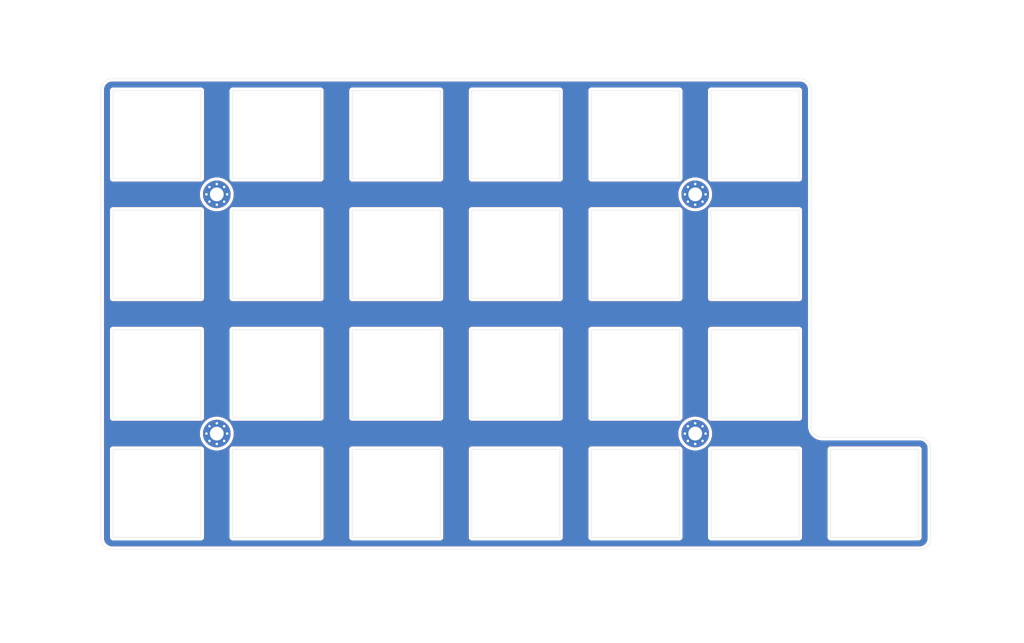
<source format=kicad_pcb>
(kicad_pcb (version 20240108) (generator "pcbnew") (generator_version "8.0")
  (layers (0 "F.Cu" signal) (31 "B.Cu" signal) (34 "B.Paste" user) (35 "F.Paste" user) (36 "B.SilkS" user "B.Silkscreen") (37 "F.SilkS" user "F.Silkscreen") (38 "B.Mask" user) (39 "F.Mask" user) (44 "Edge.Cuts" user))
  (net 0 "")
  (footprint "MountingHole:MountingHole_2.2mm_M2_Pad_Via" (layer "F.Cu") (at 171.450144 57.150048)
    (property "Reference" "REF**" (hide yes))
    (property "Value" "MountingHole_2.2mm_M2_Pad_Via" (hide yes))
    (pad "1" thru_hole circle (at -1.65 0) (size 0.7 0.7) (drill 0.4) (layers "*.Cu" "*.Mask"))
    (pad "1" thru_hole circle (at -1.166726 -1.166726) (size 0.7 0.7) (drill 0.4) (layers "*.Cu" "*.Mask"))
    (pad "1" thru_hole circle (at -1.166726 1.166726) (size 0.7 0.7) (drill 0.4) (layers "*.Cu" "*.Mask"))
    (pad "1" thru_hole circle (at 0 -1.65) (size 0.7 0.7) (drill 0.4) (layers "*.Cu" "*.Mask"))
    (pad "1" thru_hole circle (at 0 0) (size 4.4 4.4) (drill 2.2) (layers "*.Cu" "*.Mask"))
    (pad "1" thru_hole circle (at 0 1.65) (size 0.7 0.7) (drill 0.4) (layers "*.Cu" "*.Mask"))
    (pad "1" thru_hole circle (at 1.166726 -1.166726) (size 0.7 0.7) (drill 0.4) (layers "*.Cu" "*.Mask"))
    (pad "1" thru_hole circle (at 1.166726 1.166726) (size 0.7 0.7) (drill 0.4) (layers "*.Cu" "*.Mask"))
    (pad "1" thru_hole circle (at 1.65 0) (size 0.7 0.7) (drill 0.4) (layers "*.Cu" "*.Mask"))
  )
  (footprint "MountingHole:MountingHole_2.2mm_M2_Pad_Via" (layer "F.Cu") (at 95.25008 57.150048)
    (property "Reference" "REF**" (hide yes))
    (property "Value" "MountingHole_2.2mm_M2_Pad_Via" (hide yes))
    (pad "1" thru_hole circle (at -1.65 0) (size 0.7 0.7) (drill 0.4) (layers "*.Cu" "*.Mask"))
    (pad "1" thru_hole circle (at -1.166726 -1.166726) (size 0.7 0.7) (drill 0.4) (layers "*.Cu" "*.Mask"))
    (pad "1" thru_hole circle (at -1.166726 1.166726) (size 0.7 0.7) (drill 0.4) (layers "*.Cu" "*.Mask"))
    (pad "1" thru_hole circle (at 0 -1.65) (size 0.7 0.7) (drill 0.4) (layers "*.Cu" "*.Mask"))
    (pad "1" thru_hole circle (at 0 0) (size 4.4 4.4) (drill 2.2) (layers "*.Cu" "*.Mask"))
    (pad "1" thru_hole circle (at 0 1.65) (size 0.7 0.7) (drill 0.4) (layers "*.Cu" "*.Mask"))
    (pad "1" thru_hole circle (at 1.166726 -1.166726) (size 0.7 0.7) (drill 0.4) (layers "*.Cu" "*.Mask"))
    (pad "1" thru_hole circle (at 1.166726 1.166726) (size 0.7 0.7) (drill 0.4) (layers "*.Cu" "*.Mask"))
    (pad "1" thru_hole circle (at 1.65 0) (size 0.7 0.7) (drill 0.4) (layers "*.Cu" "*.Mask"))
  )
  (footprint "MountingHole:MountingHole_2.2mm_M2_Pad_Via" (layer "F.Cu") (at 171.450144 95.25008)
    (property "Reference" "REF**" (hide yes))
    (property "Value" "MountingHole_2.2mm_M2_Pad_Via" (hide yes))
    (pad "1" thru_hole circle (at -1.65 0) (size 0.7 0.7) (drill 0.4) (layers "*.Cu" "*.Mask"))
    (pad "1" thru_hole circle (at -1.166726 -1.166726) (size 0.7 0.7) (drill 0.4) (layers "*.Cu" "*.Mask"))
    (pad "1" thru_hole circle (at -1.166726 1.166726) (size 0.7 0.7) (drill 0.4) (layers "*.Cu" "*.Mask"))
    (pad "1" thru_hole circle (at 0 -1.65) (size 0.7 0.7) (drill 0.4) (layers "*.Cu" "*.Mask"))
    (pad "1" thru_hole circle (at 0 0) (size 4.4 4.4) (drill 2.2) (layers "*.Cu" "*.Mask"))
    (pad "1" thru_hole circle (at 0 1.65) (size 0.7 0.7) (drill 0.4) (layers "*.Cu" "*.Mask"))
    (pad "1" thru_hole circle (at 1.166726 -1.166726) (size 0.7 0.7) (drill 0.4) (layers "*.Cu" "*.Mask"))
    (pad "1" thru_hole circle (at 1.166726 1.166726) (size 0.7 0.7) (drill 0.4) (layers "*.Cu" "*.Mask"))
    (pad "1" thru_hole circle (at 1.65 0) (size 0.7 0.7) (drill 0.4) (layers "*.Cu" "*.Mask"))
  )
  (footprint "MountingHole:MountingHole_2.2mm_M2_Pad_Via" (layer "F.Cu") (at 95.25008 95.25008)
    (property "Reference" "REF**" (hide yes))
    (property "Value" "MountingHole_2.2mm_M2_Pad_Via" (hide yes))
    (pad "1" thru_hole circle (at -1.65 0) (size 0.7 0.7) (drill 0.4) (layers "*.Cu" "*.Mask"))
    (pad "1" thru_hole circle (at -1.166726 -1.166726) (size 0.7 0.7) (drill 0.4) (layers "*.Cu" "*.Mask"))
    (pad "1" thru_hole circle (at -1.166726 1.166726) (size 0.7 0.7) (drill 0.4) (layers "*.Cu" "*.Mask"))
    (pad "1" thru_hole circle (at 0 -1.65) (size 0.7 0.7) (drill 0.4) (layers "*.Cu" "*.Mask"))
    (pad "1" thru_hole circle (at 0 0) (size 4.4 4.4) (drill 2.2) (layers "*.Cu" "*.Mask"))
    (pad "1" thru_hole circle (at 0 1.65) (size 0.7 0.7) (drill 0.4) (layers "*.Cu" "*.Mask"))
    (pad "1" thru_hole circle (at 1.166726 -1.166726) (size 0.7 0.7) (drill 0.4) (layers "*.Cu" "*.Mask"))
    (pad "1" thru_hole circle (at 1.166726 1.166726) (size 0.7 0.7) (drill 0.4) (layers "*.Cu" "*.Mask"))
    (pad "1" thru_hole circle (at 1.65 0) (size 0.7 0.7) (drill 0.4) (layers "*.Cu" "*.Mask"))
  )
  (gr_arc (start 191.690786 95.845393) (mid 190.427936 95.322304) (end 189.904847 94.059454) (stroke (width 0.05)) (layer "Edge.Cuts"))
  (gr_rect (start 116.825 40.625) (end 130.825 54.625) (stroke (width 0.05)) (fill none) (layer "Edge.Cuts"))
  (gr_line (start 188.118908 38.695345) (end 78.581316 38.695345) (stroke (width 0.05)) (layer "Edge.Cuts"))
  (gr_rect (start 193.025 97.775) (end 207.025 111.775) (stroke (width 0.05)) (fill none) (layer "Edge.Cuts"))
  (gr_rect (start 173.975 97.775) (end 187.975 111.775) (stroke (width 0.05)) (fill none) (layer "Edge.Cuts"))
  (gr_rect (start 154.925 40.625) (end 168.925 54.625) (stroke (width 0.05)) (fill none) (layer "Edge.Cuts"))
  (gr_rect (start 116.825 78.725) (end 130.825 92.725) (stroke (width 0.05)) (fill none) (layer "Edge.Cuts"))
  (gr_arc (start 188.118908 38.695345) (mid 189.381758 39.218434) (end 189.904847 40.481284) (stroke (width 0.05)) (layer "Edge.Cuts"))
  (gr_rect (start 78.725 97.775) (end 92.725 111.775) (stroke (width 0.05)) (fill none) (layer "Edge.Cuts"))
  (gr_rect (start 154.925 59.675) (end 168.925 73.675) (stroke (width 0.05)) (fill none) (layer "Edge.Cuts"))
  (gr_rect (start 116.825 59.675) (end 130.825 73.675) (stroke (width 0.05)) (fill none) (layer "Edge.Cuts"))
  (gr_arc (start 78.581316 113.704783) (mid 77.318466 113.181694) (end 76.795377 111.918844) (stroke (width 0.05)) (layer "Edge.Cuts"))
  (gr_rect (start 135.875 97.775) (end 149.875 111.775) (stroke (width 0.05)) (fill none) (layer "Edge.Cuts"))
  (gr_line (start 208.954863 111.918844) (end 208.954863 97.631332) (stroke (width 0.05)) (layer "Edge.Cuts"))
  (gr_rect (start 97.775 59.675) (end 111.775 73.675) (stroke (width 0.05)) (fill none) (layer "Edge.Cuts"))
  (gr_line (start 78.581316 113.704783) (end 207.168924 113.704783) (stroke (width 0.05)) (layer "Edge.Cuts"))
  (gr_rect (start 97.775 97.775) (end 111.775 111.775) (stroke (width 0.05)) (fill none) (layer "Edge.Cuts"))
  (gr_rect (start 78.725 40.625) (end 92.725 54.625) (stroke (width 0.05)) (fill none) (layer "Edge.Cuts"))
  (gr_rect (start 135.875 78.725) (end 149.875 92.725) (stroke (width 0.05)) (fill none) (layer "Edge.Cuts"))
  (gr_rect (start 154.925 97.775) (end 168.925 111.775) (stroke (width 0.05)) (fill none) (layer "Edge.Cuts"))
  (gr_rect (start 97.775 78.725) (end 111.775 92.725) (stroke (width 0.05)) (fill none) (layer "Edge.Cuts"))
  (gr_rect (start 154.925 78.725) (end 168.925 92.725) (stroke (width 0.05)) (fill none) (layer "Edge.Cuts"))
  (gr_rect (start 173.975 40.625) (end 187.975 54.625) (stroke (width 0.05)) (fill none) (layer "Edge.Cuts"))
  (gr_line (start 189.904847 94.059454) (end 189.904847 40.481284) (stroke (width 0.05)) (layer "Edge.Cuts"))
  (gr_rect (start 173.975 78.725) (end 187.975 92.725) (stroke (width 0.05)) (fill none) (layer "Edge.Cuts"))
  (gr_arc (start 207.168924 95.845393) (mid 208.431774 96.368482) (end 208.954863 97.631332) (stroke (width 0.05)) (layer "Edge.Cuts"))
  (gr_rect (start 173.975 59.675) (end 187.975 73.675) (stroke (width 0.05)) (fill none) (layer "Edge.Cuts"))
  (gr_rect (start 135.875 59.675) (end 149.875 73.675) (stroke (width 0.05)) (fill none) (layer "Edge.Cuts"))
  (gr_arc (start 76.795377 40.481284) (mid 77.318466 39.218434) (end 78.581316 38.695345) (stroke (width 0.05)) (layer "Edge.Cuts"))
  (gr_rect (start 78.725 78.725) (end 92.725 92.725) (stroke (width 0.05)) (fill none) (layer "Edge.Cuts"))
  (gr_arc (start 208.954863 111.918844) (mid 208.431774 113.181694) (end 207.168924 113.704783) (stroke (width 0.05)) (layer "Edge.Cuts"))
  (gr_line (start 76.795377 40.481284) (end 76.795377 111.918844) (stroke (width 0.05)) (layer "Edge.Cuts"))
  (gr_line (start 207.168924 95.845393) (end 191.690786 95.845393) (stroke (width 0.05)) (layer "Edge.Cuts"))
  (gr_rect (start 97.775 40.625) (end 111.775 54.625) (stroke (width 0.05)) (fill none) (layer "Edge.Cuts"))
  (gr_rect (start 78.725 59.675) (end 92.725 73.675) (stroke (width 0.05)) (fill none) (layer "Edge.Cuts"))
  (gr_rect (start 116.825 97.775) (end 130.825 111.775) (stroke (width 0.05)) (fill none) (layer "Edge.Cuts"))
  (gr_rect (start 135.875 40.625) (end 149.875 54.625) (stroke (width 0.05)) (fill none) (layer "Edge.Cuts"))
  (zone (net 0) (net_name "") (layers "F&B.Cu") (connect_pads (clearance 0.5)) (min_thickness 0.25) (fill yes (thermal_gap 0.5) (thermal_bridge_width 0.5) (island_removal_mode 1) (island_area_min 10))
    (polygon (pts (xy 74.414125 26.193772) (xy 60.721926 128.587608) (xy 223.837688 121.443852) (xy 216.098619 26.193772)))
  )
)
</source>
